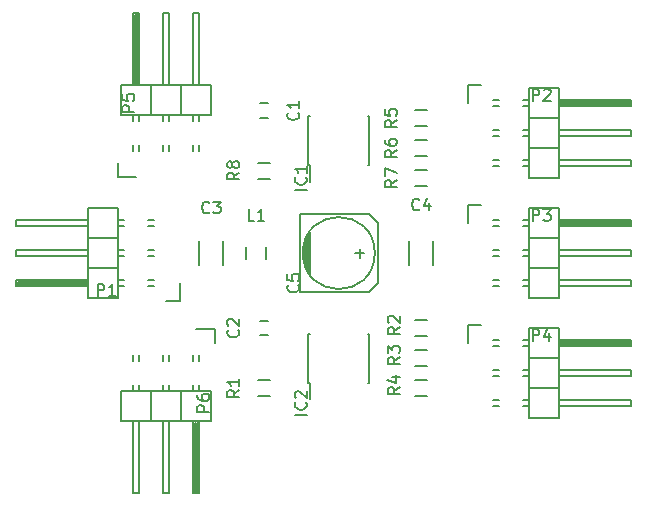
<source format=gto>
G04 #@! TF.FileFunction,Legend,Top*
%FSLAX46Y46*%
G04 Gerber Fmt 4.6, Leading zero omitted, Abs format (unit mm)*
G04 Created by KiCad (PCBNEW 4.0.2-stable) date 4/28/2016 9:51:21 AM*
%MOMM*%
G01*
G04 APERTURE LIST*
%ADD10C,0.100000*%
%ADD11C,0.150000*%
G04 APERTURE END LIST*
D10*
D11*
X119665000Y-88935000D02*
X120365000Y-88935000D01*
X120365000Y-90135000D02*
X119665000Y-90135000D01*
X119665000Y-107350000D02*
X120365000Y-107350000D01*
X120365000Y-108550000D02*
X119665000Y-108550000D01*
X114545000Y-100600000D02*
X114545000Y-102600000D01*
X116595000Y-102600000D02*
X116595000Y-100600000D01*
X132325000Y-100600000D02*
X132325000Y-102600000D01*
X134375000Y-102600000D02*
X134375000Y-100600000D01*
X123444000Y-100838000D02*
X123444000Y-102362000D01*
X123571000Y-102743000D02*
X123571000Y-100457000D01*
X123698000Y-100203000D02*
X123698000Y-102997000D01*
X123825000Y-103251000D02*
X123825000Y-99949000D01*
X123952000Y-99822000D02*
X123952000Y-103378000D01*
X123063000Y-98298000D02*
X123063000Y-104902000D01*
X123063000Y-104902000D02*
X128905000Y-104902000D01*
X128905000Y-104902000D02*
X129667000Y-104140000D01*
X129667000Y-104140000D02*
X129667000Y-99060000D01*
X129667000Y-99060000D02*
X128905000Y-98298000D01*
X128905000Y-98298000D02*
X123063000Y-98298000D01*
X128524000Y-101600000D02*
X127762000Y-101600000D01*
X128143000Y-101219000D02*
X128143000Y-101981000D01*
X129413000Y-101600000D02*
G75*
G03X129413000Y-101600000I-3048000J0D01*
G01*
X118530000Y-101100000D02*
X118530000Y-102100000D01*
X120230000Y-102100000D02*
X120230000Y-101100000D01*
X110236000Y-98806000D02*
X110744000Y-98806000D01*
X110236000Y-99314000D02*
X110744000Y-99314000D01*
X110236000Y-101346000D02*
X110744000Y-101346000D01*
X110236000Y-101854000D02*
X110744000Y-101854000D01*
X110236000Y-103886000D02*
X110744000Y-103886000D01*
X110236000Y-104394000D02*
X110744000Y-104394000D01*
X107696000Y-101854000D02*
X108204000Y-101854000D01*
X107696000Y-101346000D02*
X108204000Y-101346000D01*
X107696000Y-99314000D02*
X108204000Y-99314000D01*
X107696000Y-98806000D02*
X108204000Y-98806000D01*
X107696000Y-104394000D02*
X108204000Y-104394000D01*
X107696000Y-103886000D02*
X108204000Y-103886000D01*
X111760000Y-105690000D02*
X112910000Y-105690000D01*
X112910000Y-105690000D02*
X112910000Y-104140000D01*
X105156000Y-104267000D02*
X99187000Y-104267000D01*
X99187000Y-104267000D02*
X99187000Y-104013000D01*
X99187000Y-104013000D02*
X105029000Y-104013000D01*
X105029000Y-104013000D02*
X105029000Y-104140000D01*
X105029000Y-104140000D02*
X99187000Y-104140000D01*
X107696000Y-102870000D02*
X107696000Y-100330000D01*
X107696000Y-100330000D02*
X105156000Y-100330000D01*
X105156000Y-101854000D02*
X99060000Y-101854000D01*
X99060000Y-101854000D02*
X99060000Y-101346000D01*
X99060000Y-101346000D02*
X105156000Y-101346000D01*
X105156000Y-100330000D02*
X105156000Y-102870000D01*
X107696000Y-97790000D02*
X105156000Y-97790000D01*
X105156000Y-97790000D02*
X105156000Y-100330000D01*
X99060000Y-98806000D02*
X105156000Y-98806000D01*
X99060000Y-99314000D02*
X99060000Y-98806000D01*
X105156000Y-99314000D02*
X99060000Y-99314000D01*
X107696000Y-97790000D02*
X105156000Y-97790000D01*
X107696000Y-100330000D02*
X107696000Y-97790000D01*
X107696000Y-100330000D02*
X105156000Y-100330000D01*
X107696000Y-102870000D02*
X105156000Y-102870000D01*
X105156000Y-102870000D02*
X105156000Y-105410000D01*
X99060000Y-103886000D02*
X105156000Y-103886000D01*
X99060000Y-104394000D02*
X99060000Y-103886000D01*
X105156000Y-104394000D02*
X99060000Y-104394000D01*
X107696000Y-102870000D02*
X105156000Y-102870000D01*
X107696000Y-105410000D02*
X107696000Y-102870000D01*
X107696000Y-105410000D02*
X105156000Y-105410000D01*
X139954000Y-94234000D02*
X139446000Y-94234000D01*
X139954000Y-93726000D02*
X139446000Y-93726000D01*
X139954000Y-91694000D02*
X139446000Y-91694000D01*
X139954000Y-91186000D02*
X139446000Y-91186000D01*
X139954000Y-89154000D02*
X139446000Y-89154000D01*
X139954000Y-88646000D02*
X139446000Y-88646000D01*
X142494000Y-91186000D02*
X141986000Y-91186000D01*
X142494000Y-91694000D02*
X141986000Y-91694000D01*
X142494000Y-93726000D02*
X141986000Y-93726000D01*
X142494000Y-94234000D02*
X141986000Y-94234000D01*
X142494000Y-88646000D02*
X141986000Y-88646000D01*
X142494000Y-89154000D02*
X141986000Y-89154000D01*
X138430000Y-87350000D02*
X137280000Y-87350000D01*
X137280000Y-87350000D02*
X137280000Y-88900000D01*
X145034000Y-88773000D02*
X151003000Y-88773000D01*
X151003000Y-88773000D02*
X151003000Y-89027000D01*
X151003000Y-89027000D02*
X145161000Y-89027000D01*
X145161000Y-89027000D02*
X145161000Y-88900000D01*
X145161000Y-88900000D02*
X151003000Y-88900000D01*
X142494000Y-90170000D02*
X142494000Y-92710000D01*
X142494000Y-92710000D02*
X145034000Y-92710000D01*
X145034000Y-91186000D02*
X151130000Y-91186000D01*
X151130000Y-91186000D02*
X151130000Y-91694000D01*
X151130000Y-91694000D02*
X145034000Y-91694000D01*
X145034000Y-92710000D02*
X145034000Y-90170000D01*
X142494000Y-95250000D02*
X145034000Y-95250000D01*
X145034000Y-95250000D02*
X145034000Y-92710000D01*
X151130000Y-94234000D02*
X145034000Y-94234000D01*
X151130000Y-93726000D02*
X151130000Y-94234000D01*
X145034000Y-93726000D02*
X151130000Y-93726000D01*
X142494000Y-95250000D02*
X145034000Y-95250000D01*
X142494000Y-92710000D02*
X142494000Y-95250000D01*
X142494000Y-92710000D02*
X145034000Y-92710000D01*
X142494000Y-90170000D02*
X145034000Y-90170000D01*
X145034000Y-90170000D02*
X145034000Y-87630000D01*
X151130000Y-89154000D02*
X145034000Y-89154000D01*
X151130000Y-88646000D02*
X151130000Y-89154000D01*
X145034000Y-88646000D02*
X151130000Y-88646000D01*
X142494000Y-90170000D02*
X145034000Y-90170000D01*
X142494000Y-87630000D02*
X142494000Y-90170000D01*
X142494000Y-87630000D02*
X145034000Y-87630000D01*
X139954000Y-104394000D02*
X139446000Y-104394000D01*
X139954000Y-103886000D02*
X139446000Y-103886000D01*
X139954000Y-101854000D02*
X139446000Y-101854000D01*
X139954000Y-101346000D02*
X139446000Y-101346000D01*
X139954000Y-99314000D02*
X139446000Y-99314000D01*
X139954000Y-98806000D02*
X139446000Y-98806000D01*
X142494000Y-101346000D02*
X141986000Y-101346000D01*
X142494000Y-101854000D02*
X141986000Y-101854000D01*
X142494000Y-103886000D02*
X141986000Y-103886000D01*
X142494000Y-104394000D02*
X141986000Y-104394000D01*
X142494000Y-98806000D02*
X141986000Y-98806000D01*
X142494000Y-99314000D02*
X141986000Y-99314000D01*
X138430000Y-97510000D02*
X137280000Y-97510000D01*
X137280000Y-97510000D02*
X137280000Y-99060000D01*
X145034000Y-98933000D02*
X151003000Y-98933000D01*
X151003000Y-98933000D02*
X151003000Y-99187000D01*
X151003000Y-99187000D02*
X145161000Y-99187000D01*
X145161000Y-99187000D02*
X145161000Y-99060000D01*
X145161000Y-99060000D02*
X151003000Y-99060000D01*
X142494000Y-100330000D02*
X142494000Y-102870000D01*
X142494000Y-102870000D02*
X145034000Y-102870000D01*
X145034000Y-101346000D02*
X151130000Y-101346000D01*
X151130000Y-101346000D02*
X151130000Y-101854000D01*
X151130000Y-101854000D02*
X145034000Y-101854000D01*
X145034000Y-102870000D02*
X145034000Y-100330000D01*
X142494000Y-105410000D02*
X145034000Y-105410000D01*
X145034000Y-105410000D02*
X145034000Y-102870000D01*
X151130000Y-104394000D02*
X145034000Y-104394000D01*
X151130000Y-103886000D02*
X151130000Y-104394000D01*
X145034000Y-103886000D02*
X151130000Y-103886000D01*
X142494000Y-105410000D02*
X145034000Y-105410000D01*
X142494000Y-102870000D02*
X142494000Y-105410000D01*
X142494000Y-102870000D02*
X145034000Y-102870000D01*
X142494000Y-100330000D02*
X145034000Y-100330000D01*
X145034000Y-100330000D02*
X145034000Y-97790000D01*
X151130000Y-99314000D02*
X145034000Y-99314000D01*
X151130000Y-98806000D02*
X151130000Y-99314000D01*
X145034000Y-98806000D02*
X151130000Y-98806000D01*
X142494000Y-100330000D02*
X145034000Y-100330000D01*
X142494000Y-97790000D02*
X142494000Y-100330000D01*
X142494000Y-97790000D02*
X145034000Y-97790000D01*
X139954000Y-114554000D02*
X139446000Y-114554000D01*
X139954000Y-114046000D02*
X139446000Y-114046000D01*
X139954000Y-112014000D02*
X139446000Y-112014000D01*
X139954000Y-111506000D02*
X139446000Y-111506000D01*
X139954000Y-109474000D02*
X139446000Y-109474000D01*
X139954000Y-108966000D02*
X139446000Y-108966000D01*
X142494000Y-111506000D02*
X141986000Y-111506000D01*
X142494000Y-112014000D02*
X141986000Y-112014000D01*
X142494000Y-114046000D02*
X141986000Y-114046000D01*
X142494000Y-114554000D02*
X141986000Y-114554000D01*
X142494000Y-108966000D02*
X141986000Y-108966000D01*
X142494000Y-109474000D02*
X141986000Y-109474000D01*
X138430000Y-107670000D02*
X137280000Y-107670000D01*
X137280000Y-107670000D02*
X137280000Y-109220000D01*
X145034000Y-109093000D02*
X151003000Y-109093000D01*
X151003000Y-109093000D02*
X151003000Y-109347000D01*
X151003000Y-109347000D02*
X145161000Y-109347000D01*
X145161000Y-109347000D02*
X145161000Y-109220000D01*
X145161000Y-109220000D02*
X151003000Y-109220000D01*
X142494000Y-110490000D02*
X142494000Y-113030000D01*
X142494000Y-113030000D02*
X145034000Y-113030000D01*
X145034000Y-111506000D02*
X151130000Y-111506000D01*
X151130000Y-111506000D02*
X151130000Y-112014000D01*
X151130000Y-112014000D02*
X145034000Y-112014000D01*
X145034000Y-113030000D02*
X145034000Y-110490000D01*
X142494000Y-115570000D02*
X145034000Y-115570000D01*
X145034000Y-115570000D02*
X145034000Y-113030000D01*
X151130000Y-114554000D02*
X145034000Y-114554000D01*
X151130000Y-114046000D02*
X151130000Y-114554000D01*
X145034000Y-114046000D02*
X151130000Y-114046000D01*
X142494000Y-115570000D02*
X145034000Y-115570000D01*
X142494000Y-113030000D02*
X142494000Y-115570000D01*
X142494000Y-113030000D02*
X145034000Y-113030000D01*
X142494000Y-110490000D02*
X145034000Y-110490000D01*
X145034000Y-110490000D02*
X145034000Y-107950000D01*
X151130000Y-109474000D02*
X145034000Y-109474000D01*
X151130000Y-108966000D02*
X151130000Y-109474000D01*
X145034000Y-108966000D02*
X151130000Y-108966000D01*
X142494000Y-110490000D02*
X145034000Y-110490000D01*
X142494000Y-107950000D02*
X142494000Y-110490000D01*
X142494000Y-107950000D02*
X145034000Y-107950000D01*
X114554000Y-92456000D02*
X114554000Y-92964000D01*
X114046000Y-92456000D02*
X114046000Y-92964000D01*
X112014000Y-92456000D02*
X112014000Y-92964000D01*
X111506000Y-92456000D02*
X111506000Y-92964000D01*
X109474000Y-92456000D02*
X109474000Y-92964000D01*
X108966000Y-92456000D02*
X108966000Y-92964000D01*
X111506000Y-89916000D02*
X111506000Y-90424000D01*
X112014000Y-89916000D02*
X112014000Y-90424000D01*
X114046000Y-89916000D02*
X114046000Y-90424000D01*
X114554000Y-89916000D02*
X114554000Y-90424000D01*
X108966000Y-89916000D02*
X108966000Y-90424000D01*
X109474000Y-89916000D02*
X109474000Y-90424000D01*
X107670000Y-93980000D02*
X107670000Y-95130000D01*
X107670000Y-95130000D02*
X109220000Y-95130000D01*
X109093000Y-87376000D02*
X109093000Y-81407000D01*
X109093000Y-81407000D02*
X109347000Y-81407000D01*
X109347000Y-81407000D02*
X109347000Y-87249000D01*
X109347000Y-87249000D02*
X109220000Y-87249000D01*
X109220000Y-87249000D02*
X109220000Y-81407000D01*
X110490000Y-89916000D02*
X113030000Y-89916000D01*
X113030000Y-89916000D02*
X113030000Y-87376000D01*
X111506000Y-87376000D02*
X111506000Y-81280000D01*
X111506000Y-81280000D02*
X112014000Y-81280000D01*
X112014000Y-81280000D02*
X112014000Y-87376000D01*
X113030000Y-87376000D02*
X110490000Y-87376000D01*
X115570000Y-89916000D02*
X115570000Y-87376000D01*
X115570000Y-87376000D02*
X113030000Y-87376000D01*
X114554000Y-81280000D02*
X114554000Y-87376000D01*
X114046000Y-81280000D02*
X114554000Y-81280000D01*
X114046000Y-87376000D02*
X114046000Y-81280000D01*
X115570000Y-89916000D02*
X115570000Y-87376000D01*
X113030000Y-89916000D02*
X115570000Y-89916000D01*
X113030000Y-89916000D02*
X113030000Y-87376000D01*
X110490000Y-89916000D02*
X110490000Y-87376000D01*
X110490000Y-87376000D02*
X107950000Y-87376000D01*
X109474000Y-81280000D02*
X109474000Y-87376000D01*
X108966000Y-81280000D02*
X109474000Y-81280000D01*
X108966000Y-87376000D02*
X108966000Y-81280000D01*
X110490000Y-89916000D02*
X110490000Y-87376000D01*
X107950000Y-89916000D02*
X110490000Y-89916000D01*
X107950000Y-89916000D02*
X107950000Y-87376000D01*
X108966000Y-110744000D02*
X108966000Y-110236000D01*
X109474000Y-110744000D02*
X109474000Y-110236000D01*
X111506000Y-110744000D02*
X111506000Y-110236000D01*
X112014000Y-110744000D02*
X112014000Y-110236000D01*
X114046000Y-110744000D02*
X114046000Y-110236000D01*
X114554000Y-110744000D02*
X114554000Y-110236000D01*
X112014000Y-113284000D02*
X112014000Y-112776000D01*
X111506000Y-113284000D02*
X111506000Y-112776000D01*
X109474000Y-113284000D02*
X109474000Y-112776000D01*
X108966000Y-113284000D02*
X108966000Y-112776000D01*
X114554000Y-113284000D02*
X114554000Y-112776000D01*
X114046000Y-113284000D02*
X114046000Y-112776000D01*
X115850000Y-109220000D02*
X115850000Y-108070000D01*
X115850000Y-108070000D02*
X114300000Y-108070000D01*
X114427000Y-115824000D02*
X114427000Y-121793000D01*
X114427000Y-121793000D02*
X114173000Y-121793000D01*
X114173000Y-121793000D02*
X114173000Y-115951000D01*
X114173000Y-115951000D02*
X114300000Y-115951000D01*
X114300000Y-115951000D02*
X114300000Y-121793000D01*
X113030000Y-113284000D02*
X110490000Y-113284000D01*
X110490000Y-113284000D02*
X110490000Y-115824000D01*
X112014000Y-115824000D02*
X112014000Y-121920000D01*
X112014000Y-121920000D02*
X111506000Y-121920000D01*
X111506000Y-121920000D02*
X111506000Y-115824000D01*
X110490000Y-115824000D02*
X113030000Y-115824000D01*
X107950000Y-113284000D02*
X107950000Y-115824000D01*
X107950000Y-115824000D02*
X110490000Y-115824000D01*
X108966000Y-121920000D02*
X108966000Y-115824000D01*
X109474000Y-121920000D02*
X108966000Y-121920000D01*
X109474000Y-115824000D02*
X109474000Y-121920000D01*
X107950000Y-113284000D02*
X107950000Y-115824000D01*
X110490000Y-113284000D02*
X107950000Y-113284000D01*
X110490000Y-113284000D02*
X110490000Y-115824000D01*
X113030000Y-113284000D02*
X113030000Y-115824000D01*
X113030000Y-115824000D02*
X115570000Y-115824000D01*
X114046000Y-121920000D02*
X114046000Y-115824000D01*
X114554000Y-121920000D02*
X114046000Y-121920000D01*
X114554000Y-115824000D02*
X114554000Y-121920000D01*
X113030000Y-113284000D02*
X113030000Y-115824000D01*
X115570000Y-113284000D02*
X113030000Y-113284000D01*
X115570000Y-113284000D02*
X115570000Y-115824000D01*
X120515000Y-113705000D02*
X119515000Y-113705000D01*
X119515000Y-112355000D02*
X120515000Y-112355000D01*
X133850000Y-108625000D02*
X132850000Y-108625000D01*
X132850000Y-107275000D02*
X133850000Y-107275000D01*
X133850000Y-111165000D02*
X132850000Y-111165000D01*
X132850000Y-109815000D02*
X133850000Y-109815000D01*
X133850000Y-113705000D02*
X132850000Y-113705000D01*
X132850000Y-112355000D02*
X133850000Y-112355000D01*
X132850000Y-89495000D02*
X133850000Y-89495000D01*
X133850000Y-90845000D02*
X132850000Y-90845000D01*
X132850000Y-92035000D02*
X133850000Y-92035000D01*
X133850000Y-93385000D02*
X132850000Y-93385000D01*
X132850000Y-94575000D02*
X133850000Y-94575000D01*
X133850000Y-95925000D02*
X132850000Y-95925000D01*
X119515000Y-93940000D02*
X120515000Y-93940000D01*
X120515000Y-95290000D02*
X119515000Y-95290000D01*
X123790000Y-94150000D02*
X123935000Y-94150000D01*
X123790000Y-90000000D02*
X123935000Y-90000000D01*
X128940000Y-90000000D02*
X128795000Y-90000000D01*
X128940000Y-94150000D02*
X128795000Y-94150000D01*
X123790000Y-94150000D02*
X123790000Y-90000000D01*
X128940000Y-94150000D02*
X128940000Y-90000000D01*
X123935000Y-94150000D02*
X123935000Y-95550000D01*
X123790000Y-112565000D02*
X123935000Y-112565000D01*
X123790000Y-108415000D02*
X123935000Y-108415000D01*
X128940000Y-108415000D02*
X128795000Y-108415000D01*
X128940000Y-112565000D02*
X128795000Y-112565000D01*
X123790000Y-112565000D02*
X123790000Y-108415000D01*
X128940000Y-112565000D02*
X128940000Y-108415000D01*
X123935000Y-112565000D02*
X123935000Y-113965000D01*
X122912143Y-89701666D02*
X122959762Y-89749285D01*
X123007381Y-89892142D01*
X123007381Y-89987380D01*
X122959762Y-90130238D01*
X122864524Y-90225476D01*
X122769286Y-90273095D01*
X122578810Y-90320714D01*
X122435952Y-90320714D01*
X122245476Y-90273095D01*
X122150238Y-90225476D01*
X122055000Y-90130238D01*
X122007381Y-89987380D01*
X122007381Y-89892142D01*
X122055000Y-89749285D01*
X122102619Y-89701666D01*
X123007381Y-88749285D02*
X123007381Y-89320714D01*
X123007381Y-89035000D02*
X122007381Y-89035000D01*
X122150238Y-89130238D01*
X122245476Y-89225476D01*
X122293095Y-89320714D01*
X117832143Y-108116666D02*
X117879762Y-108164285D01*
X117927381Y-108307142D01*
X117927381Y-108402380D01*
X117879762Y-108545238D01*
X117784524Y-108640476D01*
X117689286Y-108688095D01*
X117498810Y-108735714D01*
X117355952Y-108735714D01*
X117165476Y-108688095D01*
X117070238Y-108640476D01*
X116975000Y-108545238D01*
X116927381Y-108402380D01*
X116927381Y-108307142D01*
X116975000Y-108164285D01*
X117022619Y-108116666D01*
X117022619Y-107735714D02*
X116975000Y-107688095D01*
X116927381Y-107592857D01*
X116927381Y-107354761D01*
X116975000Y-107259523D01*
X117022619Y-107211904D01*
X117117857Y-107164285D01*
X117213095Y-107164285D01*
X117355952Y-107211904D01*
X117927381Y-107783333D01*
X117927381Y-107164285D01*
X115403334Y-98147143D02*
X115355715Y-98194762D01*
X115212858Y-98242381D01*
X115117620Y-98242381D01*
X114974762Y-98194762D01*
X114879524Y-98099524D01*
X114831905Y-98004286D01*
X114784286Y-97813810D01*
X114784286Y-97670952D01*
X114831905Y-97480476D01*
X114879524Y-97385238D01*
X114974762Y-97290000D01*
X115117620Y-97242381D01*
X115212858Y-97242381D01*
X115355715Y-97290000D01*
X115403334Y-97337619D01*
X115736667Y-97242381D02*
X116355715Y-97242381D01*
X116022381Y-97623333D01*
X116165239Y-97623333D01*
X116260477Y-97670952D01*
X116308096Y-97718571D01*
X116355715Y-97813810D01*
X116355715Y-98051905D01*
X116308096Y-98147143D01*
X116260477Y-98194762D01*
X116165239Y-98242381D01*
X115879524Y-98242381D01*
X115784286Y-98194762D01*
X115736667Y-98147143D01*
X133183334Y-97893143D02*
X133135715Y-97940762D01*
X132992858Y-97988381D01*
X132897620Y-97988381D01*
X132754762Y-97940762D01*
X132659524Y-97845524D01*
X132611905Y-97750286D01*
X132564286Y-97559810D01*
X132564286Y-97416952D01*
X132611905Y-97226476D01*
X132659524Y-97131238D01*
X132754762Y-97036000D01*
X132897620Y-96988381D01*
X132992858Y-96988381D01*
X133135715Y-97036000D01*
X133183334Y-97083619D01*
X134040477Y-97321714D02*
X134040477Y-97988381D01*
X133802381Y-96940762D02*
X133564286Y-97655048D01*
X134183334Y-97655048D01*
X122912143Y-104306666D02*
X122959762Y-104354285D01*
X123007381Y-104497142D01*
X123007381Y-104592380D01*
X122959762Y-104735238D01*
X122864524Y-104830476D01*
X122769286Y-104878095D01*
X122578810Y-104925714D01*
X122435952Y-104925714D01*
X122245476Y-104878095D01*
X122150238Y-104830476D01*
X122055000Y-104735238D01*
X122007381Y-104592380D01*
X122007381Y-104497142D01*
X122055000Y-104354285D01*
X122102619Y-104306666D01*
X122007381Y-103401904D02*
X122007381Y-103878095D01*
X122483571Y-103925714D01*
X122435952Y-103878095D01*
X122388333Y-103782857D01*
X122388333Y-103544761D01*
X122435952Y-103449523D01*
X122483571Y-103401904D01*
X122578810Y-103354285D01*
X122816905Y-103354285D01*
X122912143Y-103401904D01*
X122959762Y-103449523D01*
X123007381Y-103544761D01*
X123007381Y-103782857D01*
X122959762Y-103878095D01*
X122912143Y-103925714D01*
X119213334Y-98877381D02*
X118737143Y-98877381D01*
X118737143Y-97877381D01*
X120070477Y-98877381D02*
X119499048Y-98877381D01*
X119784762Y-98877381D02*
X119784762Y-97877381D01*
X119689524Y-98020238D01*
X119594286Y-98115476D01*
X119499048Y-98163095D01*
X105941905Y-105227381D02*
X105941905Y-104227381D01*
X106322858Y-104227381D01*
X106418096Y-104275000D01*
X106465715Y-104322619D01*
X106513334Y-104417857D01*
X106513334Y-104560714D01*
X106465715Y-104655952D01*
X106418096Y-104703571D01*
X106322858Y-104751190D01*
X105941905Y-104751190D01*
X107465715Y-105227381D02*
X106894286Y-105227381D01*
X107180000Y-105227381D02*
X107180000Y-104227381D01*
X107084762Y-104370238D01*
X106989524Y-104465476D01*
X106894286Y-104513095D01*
X142771905Y-88717381D02*
X142771905Y-87717381D01*
X143152858Y-87717381D01*
X143248096Y-87765000D01*
X143295715Y-87812619D01*
X143343334Y-87907857D01*
X143343334Y-88050714D01*
X143295715Y-88145952D01*
X143248096Y-88193571D01*
X143152858Y-88241190D01*
X142771905Y-88241190D01*
X143724286Y-87812619D02*
X143771905Y-87765000D01*
X143867143Y-87717381D01*
X144105239Y-87717381D01*
X144200477Y-87765000D01*
X144248096Y-87812619D01*
X144295715Y-87907857D01*
X144295715Y-88003095D01*
X144248096Y-88145952D01*
X143676667Y-88717381D01*
X144295715Y-88717381D01*
X142771905Y-98877381D02*
X142771905Y-97877381D01*
X143152858Y-97877381D01*
X143248096Y-97925000D01*
X143295715Y-97972619D01*
X143343334Y-98067857D01*
X143343334Y-98210714D01*
X143295715Y-98305952D01*
X143248096Y-98353571D01*
X143152858Y-98401190D01*
X142771905Y-98401190D01*
X143676667Y-97877381D02*
X144295715Y-97877381D01*
X143962381Y-98258333D01*
X144105239Y-98258333D01*
X144200477Y-98305952D01*
X144248096Y-98353571D01*
X144295715Y-98448810D01*
X144295715Y-98686905D01*
X144248096Y-98782143D01*
X144200477Y-98829762D01*
X144105239Y-98877381D01*
X143819524Y-98877381D01*
X143724286Y-98829762D01*
X143676667Y-98782143D01*
X142771905Y-109037381D02*
X142771905Y-108037381D01*
X143152858Y-108037381D01*
X143248096Y-108085000D01*
X143295715Y-108132619D01*
X143343334Y-108227857D01*
X143343334Y-108370714D01*
X143295715Y-108465952D01*
X143248096Y-108513571D01*
X143152858Y-108561190D01*
X142771905Y-108561190D01*
X144200477Y-108370714D02*
X144200477Y-109037381D01*
X143962381Y-107989762D02*
X143724286Y-108704048D01*
X144343334Y-108704048D01*
X109037381Y-89638095D02*
X108037381Y-89638095D01*
X108037381Y-89257142D01*
X108085000Y-89161904D01*
X108132619Y-89114285D01*
X108227857Y-89066666D01*
X108370714Y-89066666D01*
X108465952Y-89114285D01*
X108513571Y-89161904D01*
X108561190Y-89257142D01*
X108561190Y-89638095D01*
X108037381Y-88161904D02*
X108037381Y-88638095D01*
X108513571Y-88685714D01*
X108465952Y-88638095D01*
X108418333Y-88542857D01*
X108418333Y-88304761D01*
X108465952Y-88209523D01*
X108513571Y-88161904D01*
X108608810Y-88114285D01*
X108846905Y-88114285D01*
X108942143Y-88161904D01*
X108989762Y-88209523D01*
X109037381Y-88304761D01*
X109037381Y-88542857D01*
X108989762Y-88638095D01*
X108942143Y-88685714D01*
X115387381Y-115038095D02*
X114387381Y-115038095D01*
X114387381Y-114657142D01*
X114435000Y-114561904D01*
X114482619Y-114514285D01*
X114577857Y-114466666D01*
X114720714Y-114466666D01*
X114815952Y-114514285D01*
X114863571Y-114561904D01*
X114911190Y-114657142D01*
X114911190Y-115038095D01*
X114387381Y-113609523D02*
X114387381Y-113800000D01*
X114435000Y-113895238D01*
X114482619Y-113942857D01*
X114625476Y-114038095D01*
X114815952Y-114085714D01*
X115196905Y-114085714D01*
X115292143Y-114038095D01*
X115339762Y-113990476D01*
X115387381Y-113895238D01*
X115387381Y-113704761D01*
X115339762Y-113609523D01*
X115292143Y-113561904D01*
X115196905Y-113514285D01*
X114958810Y-113514285D01*
X114863571Y-113561904D01*
X114815952Y-113609523D01*
X114768333Y-113704761D01*
X114768333Y-113895238D01*
X114815952Y-113990476D01*
X114863571Y-114038095D01*
X114958810Y-114085714D01*
X117927381Y-113196666D02*
X117451190Y-113530000D01*
X117927381Y-113768095D02*
X116927381Y-113768095D01*
X116927381Y-113387142D01*
X116975000Y-113291904D01*
X117022619Y-113244285D01*
X117117857Y-113196666D01*
X117260714Y-113196666D01*
X117355952Y-113244285D01*
X117403571Y-113291904D01*
X117451190Y-113387142D01*
X117451190Y-113768095D01*
X117927381Y-112244285D02*
X117927381Y-112815714D01*
X117927381Y-112530000D02*
X116927381Y-112530000D01*
X117070238Y-112625238D01*
X117165476Y-112720476D01*
X117213095Y-112815714D01*
X131516381Y-107862666D02*
X131040190Y-108196000D01*
X131516381Y-108434095D02*
X130516381Y-108434095D01*
X130516381Y-108053142D01*
X130564000Y-107957904D01*
X130611619Y-107910285D01*
X130706857Y-107862666D01*
X130849714Y-107862666D01*
X130944952Y-107910285D01*
X130992571Y-107957904D01*
X131040190Y-108053142D01*
X131040190Y-108434095D01*
X130611619Y-107481714D02*
X130564000Y-107434095D01*
X130516381Y-107338857D01*
X130516381Y-107100761D01*
X130564000Y-107005523D01*
X130611619Y-106957904D01*
X130706857Y-106910285D01*
X130802095Y-106910285D01*
X130944952Y-106957904D01*
X131516381Y-107529333D01*
X131516381Y-106910285D01*
X131516381Y-110402666D02*
X131040190Y-110736000D01*
X131516381Y-110974095D02*
X130516381Y-110974095D01*
X130516381Y-110593142D01*
X130564000Y-110497904D01*
X130611619Y-110450285D01*
X130706857Y-110402666D01*
X130849714Y-110402666D01*
X130944952Y-110450285D01*
X130992571Y-110497904D01*
X131040190Y-110593142D01*
X131040190Y-110974095D01*
X130516381Y-110069333D02*
X130516381Y-109450285D01*
X130897333Y-109783619D01*
X130897333Y-109640761D01*
X130944952Y-109545523D01*
X130992571Y-109497904D01*
X131087810Y-109450285D01*
X131325905Y-109450285D01*
X131421143Y-109497904D01*
X131468762Y-109545523D01*
X131516381Y-109640761D01*
X131516381Y-109926476D01*
X131468762Y-110021714D01*
X131421143Y-110069333D01*
X131516381Y-112942666D02*
X131040190Y-113276000D01*
X131516381Y-113514095D02*
X130516381Y-113514095D01*
X130516381Y-113133142D01*
X130564000Y-113037904D01*
X130611619Y-112990285D01*
X130706857Y-112942666D01*
X130849714Y-112942666D01*
X130944952Y-112990285D01*
X130992571Y-113037904D01*
X131040190Y-113133142D01*
X131040190Y-113514095D01*
X130849714Y-112085523D02*
X131516381Y-112085523D01*
X130468762Y-112323619D02*
X131183048Y-112561714D01*
X131183048Y-111942666D01*
X131262381Y-90336666D02*
X130786190Y-90670000D01*
X131262381Y-90908095D02*
X130262381Y-90908095D01*
X130262381Y-90527142D01*
X130310000Y-90431904D01*
X130357619Y-90384285D01*
X130452857Y-90336666D01*
X130595714Y-90336666D01*
X130690952Y-90384285D01*
X130738571Y-90431904D01*
X130786190Y-90527142D01*
X130786190Y-90908095D01*
X130262381Y-89431904D02*
X130262381Y-89908095D01*
X130738571Y-89955714D01*
X130690952Y-89908095D01*
X130643333Y-89812857D01*
X130643333Y-89574761D01*
X130690952Y-89479523D01*
X130738571Y-89431904D01*
X130833810Y-89384285D01*
X131071905Y-89384285D01*
X131167143Y-89431904D01*
X131214762Y-89479523D01*
X131262381Y-89574761D01*
X131262381Y-89812857D01*
X131214762Y-89908095D01*
X131167143Y-89955714D01*
X131262381Y-92876666D02*
X130786190Y-93210000D01*
X131262381Y-93448095D02*
X130262381Y-93448095D01*
X130262381Y-93067142D01*
X130310000Y-92971904D01*
X130357619Y-92924285D01*
X130452857Y-92876666D01*
X130595714Y-92876666D01*
X130690952Y-92924285D01*
X130738571Y-92971904D01*
X130786190Y-93067142D01*
X130786190Y-93448095D01*
X130262381Y-92019523D02*
X130262381Y-92210000D01*
X130310000Y-92305238D01*
X130357619Y-92352857D01*
X130500476Y-92448095D01*
X130690952Y-92495714D01*
X131071905Y-92495714D01*
X131167143Y-92448095D01*
X131214762Y-92400476D01*
X131262381Y-92305238D01*
X131262381Y-92114761D01*
X131214762Y-92019523D01*
X131167143Y-91971904D01*
X131071905Y-91924285D01*
X130833810Y-91924285D01*
X130738571Y-91971904D01*
X130690952Y-92019523D01*
X130643333Y-92114761D01*
X130643333Y-92305238D01*
X130690952Y-92400476D01*
X130738571Y-92448095D01*
X130833810Y-92495714D01*
X131262381Y-95416666D02*
X130786190Y-95750000D01*
X131262381Y-95988095D02*
X130262381Y-95988095D01*
X130262381Y-95607142D01*
X130310000Y-95511904D01*
X130357619Y-95464285D01*
X130452857Y-95416666D01*
X130595714Y-95416666D01*
X130690952Y-95464285D01*
X130738571Y-95511904D01*
X130786190Y-95607142D01*
X130786190Y-95988095D01*
X130262381Y-95083333D02*
X130262381Y-94416666D01*
X131262381Y-94845238D01*
X117927381Y-94781666D02*
X117451190Y-95115000D01*
X117927381Y-95353095D02*
X116927381Y-95353095D01*
X116927381Y-94972142D01*
X116975000Y-94876904D01*
X117022619Y-94829285D01*
X117117857Y-94781666D01*
X117260714Y-94781666D01*
X117355952Y-94829285D01*
X117403571Y-94876904D01*
X117451190Y-94972142D01*
X117451190Y-95353095D01*
X117355952Y-94210238D02*
X117308333Y-94305476D01*
X117260714Y-94353095D01*
X117165476Y-94400714D01*
X117117857Y-94400714D01*
X117022619Y-94353095D01*
X116975000Y-94305476D01*
X116927381Y-94210238D01*
X116927381Y-94019761D01*
X116975000Y-93924523D01*
X117022619Y-93876904D01*
X117117857Y-93829285D01*
X117165476Y-93829285D01*
X117260714Y-93876904D01*
X117308333Y-93924523D01*
X117355952Y-94019761D01*
X117355952Y-94210238D01*
X117403571Y-94305476D01*
X117451190Y-94353095D01*
X117546429Y-94400714D01*
X117736905Y-94400714D01*
X117832143Y-94353095D01*
X117879762Y-94305476D01*
X117927381Y-94210238D01*
X117927381Y-94019761D01*
X117879762Y-93924523D01*
X117832143Y-93876904D01*
X117736905Y-93829285D01*
X117546429Y-93829285D01*
X117451190Y-93876904D01*
X117403571Y-93924523D01*
X117355952Y-94019761D01*
X123642381Y-96226190D02*
X122642381Y-96226190D01*
X123547143Y-95178571D02*
X123594762Y-95226190D01*
X123642381Y-95369047D01*
X123642381Y-95464285D01*
X123594762Y-95607143D01*
X123499524Y-95702381D01*
X123404286Y-95750000D01*
X123213810Y-95797619D01*
X123070952Y-95797619D01*
X122880476Y-95750000D01*
X122785238Y-95702381D01*
X122690000Y-95607143D01*
X122642381Y-95464285D01*
X122642381Y-95369047D01*
X122690000Y-95226190D01*
X122737619Y-95178571D01*
X123642381Y-94226190D02*
X123642381Y-94797619D01*
X123642381Y-94511905D02*
X122642381Y-94511905D01*
X122785238Y-94607143D01*
X122880476Y-94702381D01*
X122928095Y-94797619D01*
X123642381Y-115276190D02*
X122642381Y-115276190D01*
X123547143Y-114228571D02*
X123594762Y-114276190D01*
X123642381Y-114419047D01*
X123642381Y-114514285D01*
X123594762Y-114657143D01*
X123499524Y-114752381D01*
X123404286Y-114800000D01*
X123213810Y-114847619D01*
X123070952Y-114847619D01*
X122880476Y-114800000D01*
X122785238Y-114752381D01*
X122690000Y-114657143D01*
X122642381Y-114514285D01*
X122642381Y-114419047D01*
X122690000Y-114276190D01*
X122737619Y-114228571D01*
X122737619Y-113847619D02*
X122690000Y-113800000D01*
X122642381Y-113704762D01*
X122642381Y-113466666D01*
X122690000Y-113371428D01*
X122737619Y-113323809D01*
X122832857Y-113276190D01*
X122928095Y-113276190D01*
X123070952Y-113323809D01*
X123642381Y-113895238D01*
X123642381Y-113276190D01*
M02*

</source>
